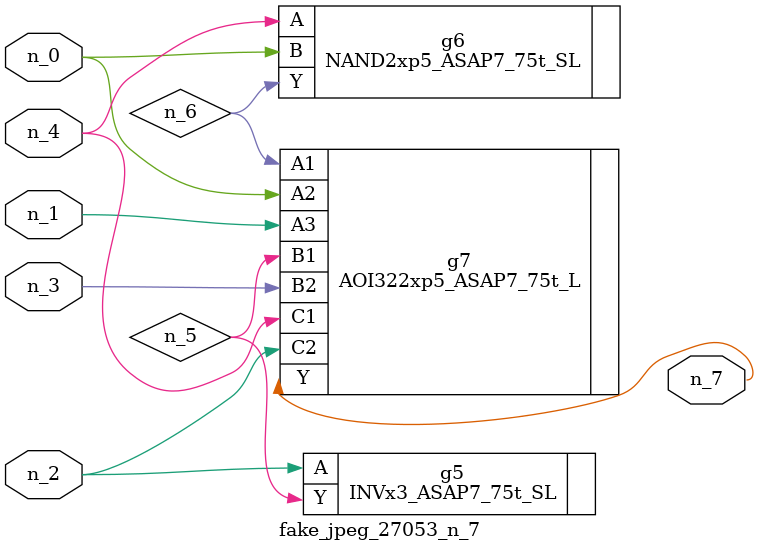
<source format=v>
module fake_jpeg_27053_n_7 (n_3, n_2, n_1, n_0, n_4, n_7);

input n_3;
input n_2;
input n_1;
input n_0;
input n_4;

output n_7;

wire n_6;
wire n_5;

INVx3_ASAP7_75t_SL g5 ( 
.A(n_2),
.Y(n_5)
);

NAND2xp5_ASAP7_75t_SL g6 ( 
.A(n_4),
.B(n_0),
.Y(n_6)
);

AOI322xp5_ASAP7_75t_L g7 ( 
.A1(n_6),
.A2(n_0),
.A3(n_1),
.B1(n_5),
.B2(n_3),
.C1(n_4),
.C2(n_2),
.Y(n_7)
);


endmodule
</source>
